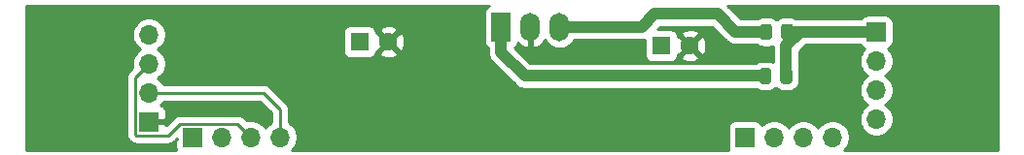
<source format=gbr>
%TF.GenerationSoftware,KiCad,Pcbnew,5.1.9+dfsg1-1*%
%TF.CreationDate,2021-05-25T15:49:57+02:00*%
%TF.ProjectId,single_din_bottom_rev_a,73696e67-6c65-45f6-9469-6e5f626f7474,rev?*%
%TF.SameCoordinates,Original*%
%TF.FileFunction,Copper,L2,Bot*%
%TF.FilePolarity,Positive*%
%FSLAX46Y46*%
G04 Gerber Fmt 4.6, Leading zero omitted, Abs format (unit mm)*
G04 Created by KiCad (PCBNEW 5.1.9+dfsg1-1) date 2021-05-25 15:49:57*
%MOMM*%
%LPD*%
G01*
G04 APERTURE LIST*
%TA.AperFunction,ComponentPad*%
%ADD10O,1.700000X1.700000*%
%TD*%
%TA.AperFunction,ComponentPad*%
%ADD11R,1.700000X1.700000*%
%TD*%
%TA.AperFunction,ComponentPad*%
%ADD12O,1.700000X2.500000*%
%TD*%
%TA.AperFunction,ComponentPad*%
%ADD13R,1.700000X2.500000*%
%TD*%
%TA.AperFunction,ComponentPad*%
%ADD14C,1.600000*%
%TD*%
%TA.AperFunction,ComponentPad*%
%ADD15R,1.600000X1.600000*%
%TD*%
%TA.AperFunction,Conductor*%
%ADD16C,1.000000*%
%TD*%
%TA.AperFunction,Conductor*%
%ADD17C,0.250000*%
%TD*%
%TA.AperFunction,Conductor*%
%ADD18C,0.254000*%
%TD*%
%TA.AperFunction,Conductor*%
%ADD19C,0.100000*%
%TD*%
G04 APERTURE END LIST*
D10*
%TO.P,J4,4*%
%TO.N,/IO4*%
X100920000Y-178200000D03*
%TO.P,J4,3*%
%TO.N,/IO3*%
X98380000Y-178200000D03*
%TO.P,J4,2*%
%TO.N,/IO2*%
X95840000Y-178200000D03*
D11*
%TO.P,J4,1*%
%TO.N,/IO1*%
X93300000Y-178200000D03*
%TD*%
%TO.P,R2,2*%
%TO.N,/Vin*%
%TA.AperFunction,SMDPad,CuDef*%
G36*
G01*
X95573900Y-172409698D02*
X95573900Y-173309702D01*
G75*
G02*
X95323902Y-173559700I-249998J0D01*
G01*
X94798898Y-173559700D01*
G75*
G02*
X94548900Y-173309702I0J249998D01*
G01*
X94548900Y-172409698D01*
G75*
G02*
X94798898Y-172159700I249998J0D01*
G01*
X95323902Y-172159700D01*
G75*
G02*
X95573900Y-172409698I0J-249998D01*
G01*
G37*
%TD.AperFunction*%
%TO.P,R2,1*%
%TO.N,/IO1*%
%TA.AperFunction,SMDPad,CuDef*%
G36*
G01*
X97398900Y-172409698D02*
X97398900Y-173309702D01*
G75*
G02*
X97148902Y-173559700I-249998J0D01*
G01*
X96623898Y-173559700D01*
G75*
G02*
X96373900Y-173309702I0J249998D01*
G01*
X96373900Y-172409698D01*
G75*
G02*
X96623898Y-172159700I249998J0D01*
G01*
X97148902Y-172159700D01*
G75*
G02*
X97398900Y-172409698I0J-249998D01*
G01*
G37*
%TD.AperFunction*%
%TD*%
%TO.P,R1,2*%
%TO.N,/Vout*%
%TA.AperFunction,SMDPad,CuDef*%
G36*
G01*
X95650100Y-168548898D02*
X95650100Y-169448902D01*
G75*
G02*
X95400102Y-169698900I-249998J0D01*
G01*
X94875098Y-169698900D01*
G75*
G02*
X94625100Y-169448902I0J249998D01*
G01*
X94625100Y-168548898D01*
G75*
G02*
X94875098Y-168298900I249998J0D01*
G01*
X95400102Y-168298900D01*
G75*
G02*
X95650100Y-168548898I0J-249998D01*
G01*
G37*
%TD.AperFunction*%
%TO.P,R1,1*%
%TO.N,/IO1*%
%TA.AperFunction,SMDPad,CuDef*%
G36*
G01*
X97475100Y-168548898D02*
X97475100Y-169448902D01*
G75*
G02*
X97225102Y-169698900I-249998J0D01*
G01*
X96700098Y-169698900D01*
G75*
G02*
X96450100Y-169448902I0J249998D01*
G01*
X96450100Y-168548898D01*
G75*
G02*
X96700098Y-168298900I249998J0D01*
G01*
X97225102Y-168298900D01*
G75*
G02*
X97475100Y-168548898I0J-249998D01*
G01*
G37*
%TD.AperFunction*%
%TD*%
D12*
%TO.P,U1,3*%
%TO.N,/Vout*%
X77139800Y-168554400D03*
%TO.P,U1,2*%
%TO.N,GND*%
X74599800Y-168554400D03*
D13*
%TO.P,U1,1*%
%TO.N,/Vin*%
X72059800Y-168554400D03*
%TD*%
D10*
%TO.P,J3,4*%
%TO.N,Net-(J1-Pad2)*%
X52820000Y-178200000D03*
%TO.P,J3,3*%
%TO.N,Net-(J1-Pad3)*%
X50280000Y-178200000D03*
%TO.P,J3,2*%
%TO.N,/Vout*%
X47740000Y-178200000D03*
D11*
%TO.P,J3,1*%
%TO.N,GND*%
X45200000Y-178200000D03*
%TD*%
D10*
%TO.P,J2,4*%
%TO.N,/IO4*%
X104724200Y-176631600D03*
%TO.P,J2,3*%
%TO.N,/IO3*%
X104724200Y-174091600D03*
%TO.P,J2,2*%
%TO.N,/IO2*%
X104724200Y-171551600D03*
D11*
%TO.P,J2,1*%
%TO.N,/IO1*%
X104724200Y-169011600D03*
%TD*%
D10*
%TO.P,J1,4*%
%TO.N,/Vin*%
X41402000Y-169240200D03*
%TO.P,J1,3*%
%TO.N,Net-(J1-Pad3)*%
X41402000Y-171780200D03*
%TO.P,J1,2*%
%TO.N,Net-(J1-Pad2)*%
X41402000Y-174320200D03*
D11*
%TO.P,J1,1*%
%TO.N,GND*%
X41402000Y-176860200D03*
%TD*%
D14*
%TO.P,C2,2*%
%TO.N,GND*%
X88504400Y-170205400D03*
D15*
%TO.P,C2,1*%
%TO.N,/Vout*%
X86004400Y-170205400D03*
%TD*%
D14*
%TO.P,C1,2*%
%TO.N,GND*%
X62240800Y-169875200D03*
D15*
%TO.P,C1,1*%
%TO.N,/Vin*%
X59740800Y-169875200D03*
%TD*%
D16*
%TO.N,/Vin*%
X72059800Y-170804400D02*
X72059800Y-168554400D01*
X74115100Y-172859700D02*
X72059800Y-170804400D01*
X95061400Y-172859700D02*
X74115100Y-172859700D01*
%TO.N,/Vout*%
X95137600Y-168998900D02*
X92481400Y-168998900D01*
X92481400Y-168998900D02*
X90906600Y-167424100D01*
X90906600Y-167424100D02*
X85420200Y-167424100D01*
X84289900Y-168554400D02*
X77139800Y-168554400D01*
X85420200Y-167424100D02*
X84289900Y-168554400D01*
D17*
%TO.N,Net-(J1-Pad3)*%
X49104999Y-177024999D02*
X50280000Y-178200000D01*
X44089999Y-177024999D02*
X49104999Y-177024999D01*
X43079797Y-178035201D02*
X44089999Y-177024999D01*
X40291999Y-178035201D02*
X43079797Y-178035201D01*
X40226999Y-177970201D02*
X40291999Y-178035201D01*
X40226999Y-172955201D02*
X40226999Y-177970201D01*
X41402000Y-171780200D02*
X40226999Y-172955201D01*
%TO.N,Net-(J1-Pad2)*%
X41402000Y-174320200D02*
X51384200Y-174320200D01*
X52820000Y-175756000D02*
X52820000Y-178200000D01*
X51384200Y-174320200D02*
X52820000Y-175756000D01*
D16*
%TO.N,/IO1*%
X104711500Y-168998900D02*
X104724200Y-169011600D01*
X96886400Y-170232700D02*
X98120200Y-168998900D01*
X96886400Y-172859700D02*
X96886400Y-170232700D01*
X98120200Y-168998900D02*
X104711500Y-168998900D01*
X96962600Y-168998900D02*
X98120200Y-168998900D01*
%TD*%
D18*
%TO.N,GND*%
X70965620Y-166714898D02*
X70855306Y-166773863D01*
X70758615Y-166853215D01*
X70679263Y-166949906D01*
X70620298Y-167060220D01*
X70583988Y-167179918D01*
X70571728Y-167304400D01*
X70571728Y-169804400D01*
X70583988Y-169928882D01*
X70620298Y-170048580D01*
X70679263Y-170158894D01*
X70758615Y-170255585D01*
X70855306Y-170334937D01*
X70924800Y-170372083D01*
X70924800Y-170748648D01*
X70919309Y-170804400D01*
X70924800Y-170860151D01*
X70941223Y-171026898D01*
X71006124Y-171240846D01*
X71111516Y-171438023D01*
X71253351Y-171610849D01*
X71296665Y-171646396D01*
X73273109Y-173622841D01*
X73308651Y-173666149D01*
X73481477Y-173807984D01*
X73678653Y-173913376D01*
X73842805Y-173963171D01*
X73892600Y-173978277D01*
X74115099Y-174000191D01*
X74170851Y-173994700D01*
X94240439Y-173994700D01*
X94305513Y-174048105D01*
X94459048Y-174130172D01*
X94625644Y-174180708D01*
X94798898Y-174197772D01*
X95323902Y-174197772D01*
X95497156Y-174180708D01*
X95663752Y-174130172D01*
X95817287Y-174048105D01*
X95951862Y-173937662D01*
X95973900Y-173910809D01*
X95995938Y-173937662D01*
X96130513Y-174048105D01*
X96284048Y-174130172D01*
X96450644Y-174180708D01*
X96623898Y-174197772D01*
X97148902Y-174197772D01*
X97322156Y-174180708D01*
X97488752Y-174130172D01*
X97642287Y-174048105D01*
X97776862Y-173937662D01*
X97887305Y-173803087D01*
X97969372Y-173649552D01*
X98019908Y-173482956D01*
X98036972Y-173309702D01*
X98036972Y-172409698D01*
X98021400Y-172251593D01*
X98021400Y-170702832D01*
X98590332Y-170133900D01*
X103299729Y-170133900D01*
X103343663Y-170216094D01*
X103423015Y-170312785D01*
X103519706Y-170392137D01*
X103630020Y-170451102D01*
X103702580Y-170473113D01*
X103570725Y-170604968D01*
X103408210Y-170848189D01*
X103296268Y-171118442D01*
X103239200Y-171405340D01*
X103239200Y-171697860D01*
X103296268Y-171984758D01*
X103408210Y-172255011D01*
X103570725Y-172498232D01*
X103777568Y-172705075D01*
X103951960Y-172821600D01*
X103777568Y-172938125D01*
X103570725Y-173144968D01*
X103408210Y-173388189D01*
X103296268Y-173658442D01*
X103239200Y-173945340D01*
X103239200Y-174237860D01*
X103296268Y-174524758D01*
X103408210Y-174795011D01*
X103570725Y-175038232D01*
X103777568Y-175245075D01*
X103951960Y-175361600D01*
X103777568Y-175478125D01*
X103570725Y-175684968D01*
X103408210Y-175928189D01*
X103296268Y-176198442D01*
X103239200Y-176485340D01*
X103239200Y-176777860D01*
X103296268Y-177064758D01*
X103408210Y-177335011D01*
X103570725Y-177578232D01*
X103777568Y-177785075D01*
X104020789Y-177947590D01*
X104291042Y-178059532D01*
X104577940Y-178116600D01*
X104870460Y-178116600D01*
X105157358Y-178059532D01*
X105427611Y-177947590D01*
X105670832Y-177785075D01*
X105877675Y-177578232D01*
X106040190Y-177335011D01*
X106152132Y-177064758D01*
X106209200Y-176777860D01*
X106209200Y-176485340D01*
X106152132Y-176198442D01*
X106040190Y-175928189D01*
X105877675Y-175684968D01*
X105670832Y-175478125D01*
X105496440Y-175361600D01*
X105670832Y-175245075D01*
X105877675Y-175038232D01*
X106040190Y-174795011D01*
X106152132Y-174524758D01*
X106209200Y-174237860D01*
X106209200Y-173945340D01*
X106152132Y-173658442D01*
X106040190Y-173388189D01*
X105877675Y-173144968D01*
X105670832Y-172938125D01*
X105496440Y-172821600D01*
X105670832Y-172705075D01*
X105877675Y-172498232D01*
X106040190Y-172255011D01*
X106152132Y-171984758D01*
X106209200Y-171697860D01*
X106209200Y-171405340D01*
X106152132Y-171118442D01*
X106040190Y-170848189D01*
X105877675Y-170604968D01*
X105745820Y-170473113D01*
X105818380Y-170451102D01*
X105928694Y-170392137D01*
X106025385Y-170312785D01*
X106104737Y-170216094D01*
X106163702Y-170105780D01*
X106200012Y-169986082D01*
X106212272Y-169861600D01*
X106212272Y-168161600D01*
X106200012Y-168037118D01*
X106163702Y-167917420D01*
X106104737Y-167807106D01*
X106025385Y-167710415D01*
X105928694Y-167631063D01*
X105818380Y-167572098D01*
X105698682Y-167535788D01*
X105574200Y-167523528D01*
X103874200Y-167523528D01*
X103749718Y-167535788D01*
X103630020Y-167572098D01*
X103519706Y-167631063D01*
X103423015Y-167710415D01*
X103343663Y-167807106D01*
X103313305Y-167863900D01*
X98175952Y-167863900D01*
X98120200Y-167858409D01*
X98064448Y-167863900D01*
X97783561Y-167863900D01*
X97718487Y-167810495D01*
X97564952Y-167728428D01*
X97398356Y-167677892D01*
X97225102Y-167660828D01*
X96700098Y-167660828D01*
X96526844Y-167677892D01*
X96360248Y-167728428D01*
X96206713Y-167810495D01*
X96072138Y-167920938D01*
X96050100Y-167947791D01*
X96028062Y-167920938D01*
X95893487Y-167810495D01*
X95739952Y-167728428D01*
X95573356Y-167677892D01*
X95400102Y-167660828D01*
X94875098Y-167660828D01*
X94701844Y-167677892D01*
X94535248Y-167728428D01*
X94381713Y-167810495D01*
X94316639Y-167863900D01*
X92951533Y-167863900D01*
X91772631Y-166685000D01*
X115315000Y-166685000D01*
X115315001Y-179315000D01*
X101905107Y-179315000D01*
X102073475Y-179146632D01*
X102235990Y-178903411D01*
X102347932Y-178633158D01*
X102405000Y-178346260D01*
X102405000Y-178053740D01*
X102347932Y-177766842D01*
X102235990Y-177496589D01*
X102073475Y-177253368D01*
X101866632Y-177046525D01*
X101623411Y-176884010D01*
X101353158Y-176772068D01*
X101066260Y-176715000D01*
X100773740Y-176715000D01*
X100486842Y-176772068D01*
X100216589Y-176884010D01*
X99973368Y-177046525D01*
X99766525Y-177253368D01*
X99650000Y-177427760D01*
X99533475Y-177253368D01*
X99326632Y-177046525D01*
X99083411Y-176884010D01*
X98813158Y-176772068D01*
X98526260Y-176715000D01*
X98233740Y-176715000D01*
X97946842Y-176772068D01*
X97676589Y-176884010D01*
X97433368Y-177046525D01*
X97226525Y-177253368D01*
X97110000Y-177427760D01*
X96993475Y-177253368D01*
X96786632Y-177046525D01*
X96543411Y-176884010D01*
X96273158Y-176772068D01*
X95986260Y-176715000D01*
X95693740Y-176715000D01*
X95406842Y-176772068D01*
X95136589Y-176884010D01*
X94893368Y-177046525D01*
X94761513Y-177178380D01*
X94739502Y-177105820D01*
X94680537Y-176995506D01*
X94601185Y-176898815D01*
X94504494Y-176819463D01*
X94394180Y-176760498D01*
X94274482Y-176724188D01*
X94150000Y-176711928D01*
X92450000Y-176711928D01*
X92325518Y-176724188D01*
X92205820Y-176760498D01*
X92095506Y-176819463D01*
X91998815Y-176898815D01*
X91919463Y-176995506D01*
X91860498Y-177105820D01*
X91824188Y-177225518D01*
X91811928Y-177350000D01*
X91811928Y-179050000D01*
X91824188Y-179174482D01*
X91860498Y-179294180D01*
X91871627Y-179315000D01*
X53805107Y-179315000D01*
X53973475Y-179146632D01*
X54135990Y-178903411D01*
X54247932Y-178633158D01*
X54305000Y-178346260D01*
X54305000Y-178053740D01*
X54247932Y-177766842D01*
X54135990Y-177496589D01*
X53973475Y-177253368D01*
X53766632Y-177046525D01*
X53580000Y-176921822D01*
X53580000Y-175793323D01*
X53583676Y-175756000D01*
X53580000Y-175718677D01*
X53580000Y-175718667D01*
X53569003Y-175607014D01*
X53525546Y-175463753D01*
X53454974Y-175331724D01*
X53360001Y-175215999D01*
X53331004Y-175192202D01*
X51948004Y-173809203D01*
X51924201Y-173780199D01*
X51808476Y-173685226D01*
X51676447Y-173614654D01*
X51533186Y-173571197D01*
X51421533Y-173560200D01*
X51421522Y-173560200D01*
X51384200Y-173556524D01*
X51346878Y-173560200D01*
X42680178Y-173560200D01*
X42555475Y-173373568D01*
X42348632Y-173166725D01*
X42174240Y-173050200D01*
X42348632Y-172933675D01*
X42555475Y-172726832D01*
X42717990Y-172483611D01*
X42829932Y-172213358D01*
X42887000Y-171926460D01*
X42887000Y-171633940D01*
X42829932Y-171347042D01*
X42717990Y-171076789D01*
X42555475Y-170833568D01*
X42348632Y-170626725D01*
X42174240Y-170510200D01*
X42348632Y-170393675D01*
X42555475Y-170186832D01*
X42717990Y-169943611D01*
X42829932Y-169673358D01*
X42887000Y-169386460D01*
X42887000Y-169093940D01*
X42883273Y-169075200D01*
X58302728Y-169075200D01*
X58302728Y-170675200D01*
X58314988Y-170799682D01*
X58351298Y-170919380D01*
X58410263Y-171029694D01*
X58489615Y-171126385D01*
X58586306Y-171205737D01*
X58696620Y-171264702D01*
X58816318Y-171301012D01*
X58940800Y-171313272D01*
X60540800Y-171313272D01*
X60665282Y-171301012D01*
X60784980Y-171264702D01*
X60895294Y-171205737D01*
X60991985Y-171126385D01*
X61071337Y-171029694D01*
X61130302Y-170919380D01*
X61145917Y-170867902D01*
X61427703Y-170867902D01*
X61499286Y-171111871D01*
X61754796Y-171232771D01*
X62028984Y-171301500D01*
X62311312Y-171315417D01*
X62590930Y-171273987D01*
X62857092Y-171178803D01*
X62982314Y-171111871D01*
X63053897Y-170867902D01*
X62240800Y-170054805D01*
X61427703Y-170867902D01*
X61145917Y-170867902D01*
X61166612Y-170799682D01*
X61178872Y-170675200D01*
X61178872Y-170667985D01*
X61248098Y-170688297D01*
X62061195Y-169875200D01*
X62420405Y-169875200D01*
X63233502Y-170688297D01*
X63477471Y-170616714D01*
X63598371Y-170361204D01*
X63667100Y-170087016D01*
X63681017Y-169804688D01*
X63639587Y-169525070D01*
X63544403Y-169258908D01*
X63477471Y-169133686D01*
X63233502Y-169062103D01*
X62420405Y-169875200D01*
X62061195Y-169875200D01*
X61248098Y-169062103D01*
X61178872Y-169082415D01*
X61178872Y-169075200D01*
X61166612Y-168950718D01*
X61145918Y-168882498D01*
X61427703Y-168882498D01*
X62240800Y-169695595D01*
X63053897Y-168882498D01*
X62982314Y-168638529D01*
X62726804Y-168517629D01*
X62452616Y-168448900D01*
X62170288Y-168434983D01*
X61890670Y-168476413D01*
X61624508Y-168571597D01*
X61499286Y-168638529D01*
X61427703Y-168882498D01*
X61145918Y-168882498D01*
X61130302Y-168831020D01*
X61071337Y-168720706D01*
X60991985Y-168624015D01*
X60895294Y-168544663D01*
X60784980Y-168485698D01*
X60665282Y-168449388D01*
X60540800Y-168437128D01*
X58940800Y-168437128D01*
X58816318Y-168449388D01*
X58696620Y-168485698D01*
X58586306Y-168544663D01*
X58489615Y-168624015D01*
X58410263Y-168720706D01*
X58351298Y-168831020D01*
X58314988Y-168950718D01*
X58302728Y-169075200D01*
X42883273Y-169075200D01*
X42829932Y-168807042D01*
X42717990Y-168536789D01*
X42555475Y-168293568D01*
X42348632Y-168086725D01*
X42105411Y-167924210D01*
X41835158Y-167812268D01*
X41548260Y-167755200D01*
X41255740Y-167755200D01*
X40968842Y-167812268D01*
X40698589Y-167924210D01*
X40455368Y-168086725D01*
X40248525Y-168293568D01*
X40086010Y-168536789D01*
X39974068Y-168807042D01*
X39917000Y-169093940D01*
X39917000Y-169386460D01*
X39974068Y-169673358D01*
X40086010Y-169943611D01*
X40248525Y-170186832D01*
X40455368Y-170393675D01*
X40629760Y-170510200D01*
X40455368Y-170626725D01*
X40248525Y-170833568D01*
X40086010Y-171076789D01*
X39974068Y-171347042D01*
X39917000Y-171633940D01*
X39917000Y-171926460D01*
X39960791Y-172146608D01*
X39716002Y-172391397D01*
X39686998Y-172415200D01*
X39631870Y-172482375D01*
X39592025Y-172530925D01*
X39535219Y-172637201D01*
X39521453Y-172662955D01*
X39477996Y-172806216D01*
X39466999Y-172917869D01*
X39466999Y-172917879D01*
X39463323Y-172955201D01*
X39466999Y-172992524D01*
X39467000Y-177932869D01*
X39463323Y-177970201D01*
X39477997Y-178119186D01*
X39521453Y-178262447D01*
X39592025Y-178394477D01*
X39645370Y-178459477D01*
X39686999Y-178510202D01*
X39715997Y-178534000D01*
X39728195Y-178546198D01*
X39751998Y-178575202D01*
X39867723Y-178670175D01*
X39999752Y-178740747D01*
X40143013Y-178784204D01*
X40254666Y-178795201D01*
X40254677Y-178795201D01*
X40291999Y-178798877D01*
X40329322Y-178795201D01*
X43042475Y-178795201D01*
X43079797Y-178798877D01*
X43117119Y-178795201D01*
X43117130Y-178795201D01*
X43228783Y-178784204D01*
X43372044Y-178740747D01*
X43504073Y-178670175D01*
X43619798Y-178575202D01*
X43643601Y-178546199D01*
X43862798Y-178327002D01*
X43873748Y-178327002D01*
X43715000Y-178485750D01*
X43711928Y-179050000D01*
X43724188Y-179174482D01*
X43760498Y-179294180D01*
X43771627Y-179315000D01*
X30685000Y-179315000D01*
X30685000Y-166685000D01*
X71064180Y-166685000D01*
X70965620Y-166714898D01*
%TA.AperFunction,Conductor*%
D19*
G36*
X70965620Y-166714898D02*
G01*
X70855306Y-166773863D01*
X70758615Y-166853215D01*
X70679263Y-166949906D01*
X70620298Y-167060220D01*
X70583988Y-167179918D01*
X70571728Y-167304400D01*
X70571728Y-169804400D01*
X70583988Y-169928882D01*
X70620298Y-170048580D01*
X70679263Y-170158894D01*
X70758615Y-170255585D01*
X70855306Y-170334937D01*
X70924800Y-170372083D01*
X70924800Y-170748648D01*
X70919309Y-170804400D01*
X70924800Y-170860151D01*
X70941223Y-171026898D01*
X71006124Y-171240846D01*
X71111516Y-171438023D01*
X71253351Y-171610849D01*
X71296665Y-171646396D01*
X73273109Y-173622841D01*
X73308651Y-173666149D01*
X73481477Y-173807984D01*
X73678653Y-173913376D01*
X73842805Y-173963171D01*
X73892600Y-173978277D01*
X74115099Y-174000191D01*
X74170851Y-173994700D01*
X94240439Y-173994700D01*
X94305513Y-174048105D01*
X94459048Y-174130172D01*
X94625644Y-174180708D01*
X94798898Y-174197772D01*
X95323902Y-174197772D01*
X95497156Y-174180708D01*
X95663752Y-174130172D01*
X95817287Y-174048105D01*
X95951862Y-173937662D01*
X95973900Y-173910809D01*
X95995938Y-173937662D01*
X96130513Y-174048105D01*
X96284048Y-174130172D01*
X96450644Y-174180708D01*
X96623898Y-174197772D01*
X97148902Y-174197772D01*
X97322156Y-174180708D01*
X97488752Y-174130172D01*
X97642287Y-174048105D01*
X97776862Y-173937662D01*
X97887305Y-173803087D01*
X97969372Y-173649552D01*
X98019908Y-173482956D01*
X98036972Y-173309702D01*
X98036972Y-172409698D01*
X98021400Y-172251593D01*
X98021400Y-170702832D01*
X98590332Y-170133900D01*
X103299729Y-170133900D01*
X103343663Y-170216094D01*
X103423015Y-170312785D01*
X103519706Y-170392137D01*
X103630020Y-170451102D01*
X103702580Y-170473113D01*
X103570725Y-170604968D01*
X103408210Y-170848189D01*
X103296268Y-171118442D01*
X103239200Y-171405340D01*
X103239200Y-171697860D01*
X103296268Y-171984758D01*
X103408210Y-172255011D01*
X103570725Y-172498232D01*
X103777568Y-172705075D01*
X103951960Y-172821600D01*
X103777568Y-172938125D01*
X103570725Y-173144968D01*
X103408210Y-173388189D01*
X103296268Y-173658442D01*
X103239200Y-173945340D01*
X103239200Y-174237860D01*
X103296268Y-174524758D01*
X103408210Y-174795011D01*
X103570725Y-175038232D01*
X103777568Y-175245075D01*
X103951960Y-175361600D01*
X103777568Y-175478125D01*
X103570725Y-175684968D01*
X103408210Y-175928189D01*
X103296268Y-176198442D01*
X103239200Y-176485340D01*
X103239200Y-176777860D01*
X103296268Y-177064758D01*
X103408210Y-177335011D01*
X103570725Y-177578232D01*
X103777568Y-177785075D01*
X104020789Y-177947590D01*
X104291042Y-178059532D01*
X104577940Y-178116600D01*
X104870460Y-178116600D01*
X105157358Y-178059532D01*
X105427611Y-177947590D01*
X105670832Y-177785075D01*
X105877675Y-177578232D01*
X106040190Y-177335011D01*
X106152132Y-177064758D01*
X106209200Y-176777860D01*
X106209200Y-176485340D01*
X106152132Y-176198442D01*
X106040190Y-175928189D01*
X105877675Y-175684968D01*
X105670832Y-175478125D01*
X105496440Y-175361600D01*
X105670832Y-175245075D01*
X105877675Y-175038232D01*
X106040190Y-174795011D01*
X106152132Y-174524758D01*
X106209200Y-174237860D01*
X106209200Y-173945340D01*
X106152132Y-173658442D01*
X106040190Y-173388189D01*
X105877675Y-173144968D01*
X105670832Y-172938125D01*
X105496440Y-172821600D01*
X105670832Y-172705075D01*
X105877675Y-172498232D01*
X106040190Y-172255011D01*
X106152132Y-171984758D01*
X106209200Y-171697860D01*
X106209200Y-171405340D01*
X106152132Y-171118442D01*
X106040190Y-170848189D01*
X105877675Y-170604968D01*
X105745820Y-170473113D01*
X105818380Y-170451102D01*
X105928694Y-170392137D01*
X106025385Y-170312785D01*
X106104737Y-170216094D01*
X106163702Y-170105780D01*
X106200012Y-169986082D01*
X106212272Y-169861600D01*
X106212272Y-168161600D01*
X106200012Y-168037118D01*
X106163702Y-167917420D01*
X106104737Y-167807106D01*
X106025385Y-167710415D01*
X105928694Y-167631063D01*
X105818380Y-167572098D01*
X105698682Y-167535788D01*
X105574200Y-167523528D01*
X103874200Y-167523528D01*
X103749718Y-167535788D01*
X103630020Y-167572098D01*
X103519706Y-167631063D01*
X103423015Y-167710415D01*
X103343663Y-167807106D01*
X103313305Y-167863900D01*
X98175952Y-167863900D01*
X98120200Y-167858409D01*
X98064448Y-167863900D01*
X97783561Y-167863900D01*
X97718487Y-167810495D01*
X97564952Y-167728428D01*
X97398356Y-167677892D01*
X97225102Y-167660828D01*
X96700098Y-167660828D01*
X96526844Y-167677892D01*
X96360248Y-167728428D01*
X96206713Y-167810495D01*
X96072138Y-167920938D01*
X96050100Y-167947791D01*
X96028062Y-167920938D01*
X95893487Y-167810495D01*
X95739952Y-167728428D01*
X95573356Y-167677892D01*
X95400102Y-167660828D01*
X94875098Y-167660828D01*
X94701844Y-167677892D01*
X94535248Y-167728428D01*
X94381713Y-167810495D01*
X94316639Y-167863900D01*
X92951533Y-167863900D01*
X91772631Y-166685000D01*
X115315000Y-166685000D01*
X115315001Y-179315000D01*
X101905107Y-179315000D01*
X102073475Y-179146632D01*
X102235990Y-178903411D01*
X102347932Y-178633158D01*
X102405000Y-178346260D01*
X102405000Y-178053740D01*
X102347932Y-177766842D01*
X102235990Y-177496589D01*
X102073475Y-177253368D01*
X101866632Y-177046525D01*
X101623411Y-176884010D01*
X101353158Y-176772068D01*
X101066260Y-176715000D01*
X100773740Y-176715000D01*
X100486842Y-176772068D01*
X100216589Y-176884010D01*
X99973368Y-177046525D01*
X99766525Y-177253368D01*
X99650000Y-177427760D01*
X99533475Y-177253368D01*
X99326632Y-177046525D01*
X99083411Y-176884010D01*
X98813158Y-176772068D01*
X98526260Y-176715000D01*
X98233740Y-176715000D01*
X97946842Y-176772068D01*
X97676589Y-176884010D01*
X97433368Y-177046525D01*
X97226525Y-177253368D01*
X97110000Y-177427760D01*
X96993475Y-177253368D01*
X96786632Y-177046525D01*
X96543411Y-176884010D01*
X96273158Y-176772068D01*
X95986260Y-176715000D01*
X95693740Y-176715000D01*
X95406842Y-176772068D01*
X95136589Y-176884010D01*
X94893368Y-177046525D01*
X94761513Y-177178380D01*
X94739502Y-177105820D01*
X94680537Y-176995506D01*
X94601185Y-176898815D01*
X94504494Y-176819463D01*
X94394180Y-176760498D01*
X94274482Y-176724188D01*
X94150000Y-176711928D01*
X92450000Y-176711928D01*
X92325518Y-176724188D01*
X92205820Y-176760498D01*
X92095506Y-176819463D01*
X91998815Y-176898815D01*
X91919463Y-176995506D01*
X91860498Y-177105820D01*
X91824188Y-177225518D01*
X91811928Y-177350000D01*
X91811928Y-179050000D01*
X91824188Y-179174482D01*
X91860498Y-179294180D01*
X91871627Y-179315000D01*
X53805107Y-179315000D01*
X53973475Y-179146632D01*
X54135990Y-178903411D01*
X54247932Y-178633158D01*
X54305000Y-178346260D01*
X54305000Y-178053740D01*
X54247932Y-177766842D01*
X54135990Y-177496589D01*
X53973475Y-177253368D01*
X53766632Y-177046525D01*
X53580000Y-176921822D01*
X53580000Y-175793323D01*
X53583676Y-175756000D01*
X53580000Y-175718677D01*
X53580000Y-175718667D01*
X53569003Y-175607014D01*
X53525546Y-175463753D01*
X53454974Y-175331724D01*
X53360001Y-175215999D01*
X53331004Y-175192202D01*
X51948004Y-173809203D01*
X51924201Y-173780199D01*
X51808476Y-173685226D01*
X51676447Y-173614654D01*
X51533186Y-173571197D01*
X51421533Y-173560200D01*
X51421522Y-173560200D01*
X51384200Y-173556524D01*
X51346878Y-173560200D01*
X42680178Y-173560200D01*
X42555475Y-173373568D01*
X42348632Y-173166725D01*
X42174240Y-173050200D01*
X42348632Y-172933675D01*
X42555475Y-172726832D01*
X42717990Y-172483611D01*
X42829932Y-172213358D01*
X42887000Y-171926460D01*
X42887000Y-171633940D01*
X42829932Y-171347042D01*
X42717990Y-171076789D01*
X42555475Y-170833568D01*
X42348632Y-170626725D01*
X42174240Y-170510200D01*
X42348632Y-170393675D01*
X42555475Y-170186832D01*
X42717990Y-169943611D01*
X42829932Y-169673358D01*
X42887000Y-169386460D01*
X42887000Y-169093940D01*
X42883273Y-169075200D01*
X58302728Y-169075200D01*
X58302728Y-170675200D01*
X58314988Y-170799682D01*
X58351298Y-170919380D01*
X58410263Y-171029694D01*
X58489615Y-171126385D01*
X58586306Y-171205737D01*
X58696620Y-171264702D01*
X58816318Y-171301012D01*
X58940800Y-171313272D01*
X60540800Y-171313272D01*
X60665282Y-171301012D01*
X60784980Y-171264702D01*
X60895294Y-171205737D01*
X60991985Y-171126385D01*
X61071337Y-171029694D01*
X61130302Y-170919380D01*
X61145917Y-170867902D01*
X61427703Y-170867902D01*
X61499286Y-171111871D01*
X61754796Y-171232771D01*
X62028984Y-171301500D01*
X62311312Y-171315417D01*
X62590930Y-171273987D01*
X62857092Y-171178803D01*
X62982314Y-171111871D01*
X63053897Y-170867902D01*
X62240800Y-170054805D01*
X61427703Y-170867902D01*
X61145917Y-170867902D01*
X61166612Y-170799682D01*
X61178872Y-170675200D01*
X61178872Y-170667985D01*
X61248098Y-170688297D01*
X62061195Y-169875200D01*
X62420405Y-169875200D01*
X63233502Y-170688297D01*
X63477471Y-170616714D01*
X63598371Y-170361204D01*
X63667100Y-170087016D01*
X63681017Y-169804688D01*
X63639587Y-169525070D01*
X63544403Y-169258908D01*
X63477471Y-169133686D01*
X63233502Y-169062103D01*
X62420405Y-169875200D01*
X62061195Y-169875200D01*
X61248098Y-169062103D01*
X61178872Y-169082415D01*
X61178872Y-169075200D01*
X61166612Y-168950718D01*
X61145918Y-168882498D01*
X61427703Y-168882498D01*
X62240800Y-169695595D01*
X63053897Y-168882498D01*
X62982314Y-168638529D01*
X62726804Y-168517629D01*
X62452616Y-168448900D01*
X62170288Y-168434983D01*
X61890670Y-168476413D01*
X61624508Y-168571597D01*
X61499286Y-168638529D01*
X61427703Y-168882498D01*
X61145918Y-168882498D01*
X61130302Y-168831020D01*
X61071337Y-168720706D01*
X60991985Y-168624015D01*
X60895294Y-168544663D01*
X60784980Y-168485698D01*
X60665282Y-168449388D01*
X60540800Y-168437128D01*
X58940800Y-168437128D01*
X58816318Y-168449388D01*
X58696620Y-168485698D01*
X58586306Y-168544663D01*
X58489615Y-168624015D01*
X58410263Y-168720706D01*
X58351298Y-168831020D01*
X58314988Y-168950718D01*
X58302728Y-169075200D01*
X42883273Y-169075200D01*
X42829932Y-168807042D01*
X42717990Y-168536789D01*
X42555475Y-168293568D01*
X42348632Y-168086725D01*
X42105411Y-167924210D01*
X41835158Y-167812268D01*
X41548260Y-167755200D01*
X41255740Y-167755200D01*
X40968842Y-167812268D01*
X40698589Y-167924210D01*
X40455368Y-168086725D01*
X40248525Y-168293568D01*
X40086010Y-168536789D01*
X39974068Y-168807042D01*
X39917000Y-169093940D01*
X39917000Y-169386460D01*
X39974068Y-169673358D01*
X40086010Y-169943611D01*
X40248525Y-170186832D01*
X40455368Y-170393675D01*
X40629760Y-170510200D01*
X40455368Y-170626725D01*
X40248525Y-170833568D01*
X40086010Y-171076789D01*
X39974068Y-171347042D01*
X39917000Y-171633940D01*
X39917000Y-171926460D01*
X39960791Y-172146608D01*
X39716002Y-172391397D01*
X39686998Y-172415200D01*
X39631870Y-172482375D01*
X39592025Y-172530925D01*
X39535219Y-172637201D01*
X39521453Y-172662955D01*
X39477996Y-172806216D01*
X39466999Y-172917869D01*
X39466999Y-172917879D01*
X39463323Y-172955201D01*
X39466999Y-172992524D01*
X39467000Y-177932869D01*
X39463323Y-177970201D01*
X39477997Y-178119186D01*
X39521453Y-178262447D01*
X39592025Y-178394477D01*
X39645370Y-178459477D01*
X39686999Y-178510202D01*
X39715997Y-178534000D01*
X39728195Y-178546198D01*
X39751998Y-178575202D01*
X39867723Y-178670175D01*
X39999752Y-178740747D01*
X40143013Y-178784204D01*
X40254666Y-178795201D01*
X40254677Y-178795201D01*
X40291999Y-178798877D01*
X40329322Y-178795201D01*
X43042475Y-178795201D01*
X43079797Y-178798877D01*
X43117119Y-178795201D01*
X43117130Y-178795201D01*
X43228783Y-178784204D01*
X43372044Y-178740747D01*
X43504073Y-178670175D01*
X43619798Y-178575202D01*
X43643601Y-178546199D01*
X43862798Y-178327002D01*
X43873748Y-178327002D01*
X43715000Y-178485750D01*
X43711928Y-179050000D01*
X43724188Y-179174482D01*
X43760498Y-179294180D01*
X43771627Y-179315000D01*
X30685000Y-179315000D01*
X30685000Y-166685000D01*
X71064180Y-166685000D01*
X70965620Y-166714898D01*
G37*
%TD.AperFunction*%
D18*
X45327000Y-178073000D02*
X45347000Y-178073000D01*
X45347000Y-178327000D01*
X45327000Y-178327000D01*
X45327000Y-178347000D01*
X45073000Y-178347000D01*
X45073000Y-178327000D01*
X45053000Y-178327000D01*
X45053000Y-178073000D01*
X45073000Y-178073000D01*
X45073000Y-178053000D01*
X45327000Y-178053000D01*
X45327000Y-178073000D01*
%TA.AperFunction,Conductor*%
D19*
G36*
X45327000Y-178073000D02*
G01*
X45347000Y-178073000D01*
X45347000Y-178327000D01*
X45327000Y-178327000D01*
X45327000Y-178347000D01*
X45073000Y-178347000D01*
X45073000Y-178327000D01*
X45053000Y-178327000D01*
X45053000Y-178073000D01*
X45073000Y-178073000D01*
X45073000Y-178053000D01*
X45327000Y-178053000D01*
X45327000Y-178073000D01*
G37*
%TD.AperFunction*%
D18*
X52060000Y-176070802D02*
X52060000Y-176921821D01*
X51873368Y-177046525D01*
X51666525Y-177253368D01*
X51550000Y-177427760D01*
X51433475Y-177253368D01*
X51226632Y-177046525D01*
X50983411Y-176884010D01*
X50713158Y-176772068D01*
X50426260Y-176715000D01*
X50133740Y-176715000D01*
X49913592Y-176758791D01*
X49668803Y-176514002D01*
X49645000Y-176484998D01*
X49529275Y-176390025D01*
X49397246Y-176319453D01*
X49253985Y-176275996D01*
X49142332Y-176264999D01*
X49142321Y-176264999D01*
X49104999Y-176261323D01*
X49067677Y-176264999D01*
X44127321Y-176264999D01*
X44089998Y-176261323D01*
X44052675Y-176264999D01*
X44052666Y-176264999D01*
X43941013Y-176275996D01*
X43797752Y-176319453D01*
X43665723Y-176390025D01*
X43549998Y-176484998D01*
X43526200Y-176513996D01*
X42887039Y-177153157D01*
X42887000Y-177145950D01*
X42728250Y-176987200D01*
X41529000Y-176987200D01*
X41529000Y-177007200D01*
X41275000Y-177007200D01*
X41275000Y-176987200D01*
X41255000Y-176987200D01*
X41255000Y-176733200D01*
X41275000Y-176733200D01*
X41275000Y-176713200D01*
X41529000Y-176713200D01*
X41529000Y-176733200D01*
X42728250Y-176733200D01*
X42887000Y-176574450D01*
X42890072Y-176010200D01*
X42877812Y-175885718D01*
X42841502Y-175766020D01*
X42782537Y-175655706D01*
X42703185Y-175559015D01*
X42606494Y-175479663D01*
X42496180Y-175420698D01*
X42423620Y-175398687D01*
X42555475Y-175266832D01*
X42680178Y-175080200D01*
X51069399Y-175080200D01*
X52060000Y-176070802D01*
%TA.AperFunction,Conductor*%
D19*
G36*
X52060000Y-176070802D02*
G01*
X52060000Y-176921821D01*
X51873368Y-177046525D01*
X51666525Y-177253368D01*
X51550000Y-177427760D01*
X51433475Y-177253368D01*
X51226632Y-177046525D01*
X50983411Y-176884010D01*
X50713158Y-176772068D01*
X50426260Y-176715000D01*
X50133740Y-176715000D01*
X49913592Y-176758791D01*
X49668803Y-176514002D01*
X49645000Y-176484998D01*
X49529275Y-176390025D01*
X49397246Y-176319453D01*
X49253985Y-176275996D01*
X49142332Y-176264999D01*
X49142321Y-176264999D01*
X49104999Y-176261323D01*
X49067677Y-176264999D01*
X44127321Y-176264999D01*
X44089998Y-176261323D01*
X44052675Y-176264999D01*
X44052666Y-176264999D01*
X43941013Y-176275996D01*
X43797752Y-176319453D01*
X43665723Y-176390025D01*
X43549998Y-176484998D01*
X43526200Y-176513996D01*
X42887039Y-177153157D01*
X42887000Y-177145950D01*
X42728250Y-176987200D01*
X41529000Y-176987200D01*
X41529000Y-177007200D01*
X41275000Y-177007200D01*
X41275000Y-176987200D01*
X41255000Y-176987200D01*
X41255000Y-176733200D01*
X41275000Y-176733200D01*
X41275000Y-176713200D01*
X41529000Y-176713200D01*
X41529000Y-176733200D01*
X42728250Y-176733200D01*
X42887000Y-176574450D01*
X42890072Y-176010200D01*
X42877812Y-175885718D01*
X42841502Y-175766020D01*
X42782537Y-175655706D01*
X42703185Y-175559015D01*
X42606494Y-175479663D01*
X42496180Y-175420698D01*
X42423620Y-175398687D01*
X42555475Y-175266832D01*
X42680178Y-175080200D01*
X51069399Y-175080200D01*
X52060000Y-176070802D01*
G37*
%TD.AperFunction*%
D18*
X74726800Y-168427400D02*
X74746800Y-168427400D01*
X74746800Y-168681400D01*
X74726800Y-168681400D01*
X74726800Y-170274555D01*
X74956690Y-170395876D01*
X75050753Y-170374963D01*
X75319226Y-170259691D01*
X75560052Y-170094257D01*
X75763976Y-169885019D01*
X75867905Y-169725063D01*
X75899094Y-169783414D01*
X76084666Y-170009534D01*
X76310787Y-170195106D01*
X76568767Y-170332999D01*
X76848690Y-170417913D01*
X77139800Y-170446585D01*
X77430911Y-170417913D01*
X77710834Y-170332999D01*
X77968814Y-170195106D01*
X78194934Y-170009534D01*
X78380506Y-169783414D01*
X78430757Y-169689400D01*
X84234149Y-169689400D01*
X84289900Y-169694891D01*
X84345651Y-169689400D01*
X84345652Y-169689400D01*
X84512399Y-169672977D01*
X84566328Y-169656618D01*
X84566328Y-171005400D01*
X84578588Y-171129882D01*
X84614898Y-171249580D01*
X84673863Y-171359894D01*
X84753215Y-171456585D01*
X84849906Y-171535937D01*
X84960220Y-171594902D01*
X85079918Y-171631212D01*
X85204400Y-171643472D01*
X86804400Y-171643472D01*
X86928882Y-171631212D01*
X87048580Y-171594902D01*
X87158894Y-171535937D01*
X87255585Y-171456585D01*
X87334937Y-171359894D01*
X87393902Y-171249580D01*
X87409517Y-171198102D01*
X87691303Y-171198102D01*
X87762886Y-171442071D01*
X88018396Y-171562971D01*
X88292584Y-171631700D01*
X88574912Y-171645617D01*
X88854530Y-171604187D01*
X89120692Y-171509003D01*
X89245914Y-171442071D01*
X89317497Y-171198102D01*
X88504400Y-170385005D01*
X87691303Y-171198102D01*
X87409517Y-171198102D01*
X87430212Y-171129882D01*
X87442472Y-171005400D01*
X87442472Y-170998185D01*
X87511698Y-171018497D01*
X88324795Y-170205400D01*
X88684005Y-170205400D01*
X89497102Y-171018497D01*
X89741071Y-170946914D01*
X89861971Y-170691404D01*
X89930700Y-170417216D01*
X89944617Y-170134888D01*
X89903187Y-169855270D01*
X89808003Y-169589108D01*
X89741071Y-169463886D01*
X89497102Y-169392303D01*
X88684005Y-170205400D01*
X88324795Y-170205400D01*
X87511698Y-169392303D01*
X87442472Y-169412615D01*
X87442472Y-169405400D01*
X87430212Y-169280918D01*
X87409518Y-169212698D01*
X87691303Y-169212698D01*
X88504400Y-170025795D01*
X89317497Y-169212698D01*
X89245914Y-168968729D01*
X88990404Y-168847829D01*
X88716216Y-168779100D01*
X88433888Y-168765183D01*
X88154270Y-168806613D01*
X87888108Y-168901797D01*
X87762886Y-168968729D01*
X87691303Y-169212698D01*
X87409518Y-169212698D01*
X87393902Y-169161220D01*
X87334937Y-169050906D01*
X87255585Y-168954215D01*
X87158894Y-168874863D01*
X87048580Y-168815898D01*
X86928882Y-168779588D01*
X86804400Y-168767328D01*
X85682104Y-168767328D01*
X85890332Y-168559100D01*
X90436469Y-168559100D01*
X91639411Y-169762044D01*
X91674951Y-169805349D01*
X91718254Y-169840887D01*
X91718256Y-169840889D01*
X91760064Y-169875200D01*
X91847777Y-169947184D01*
X92044953Y-170052576D01*
X92258901Y-170117477D01*
X92387848Y-170130177D01*
X92481400Y-170139391D01*
X92537152Y-170133900D01*
X94316639Y-170133900D01*
X94381713Y-170187305D01*
X94535248Y-170269372D01*
X94701844Y-170319908D01*
X94875098Y-170336972D01*
X95400102Y-170336972D01*
X95573356Y-170319908D01*
X95739952Y-170269372D01*
X95749042Y-170264513D01*
X95751401Y-170288461D01*
X95751400Y-171636078D01*
X95663752Y-171589228D01*
X95497156Y-171538692D01*
X95323902Y-171521628D01*
X94798898Y-171521628D01*
X94625644Y-171538692D01*
X94459048Y-171589228D01*
X94305513Y-171671295D01*
X94240439Y-171724700D01*
X74585232Y-171724700D01*
X73219442Y-170358911D01*
X73264294Y-170334937D01*
X73360985Y-170255585D01*
X73440337Y-170158894D01*
X73499302Y-170048580D01*
X73522025Y-169973672D01*
X73639548Y-170094257D01*
X73880374Y-170259691D01*
X74148847Y-170374963D01*
X74242910Y-170395876D01*
X74472800Y-170274555D01*
X74472800Y-168681400D01*
X74452800Y-168681400D01*
X74452800Y-168427400D01*
X74472800Y-168427400D01*
X74472800Y-168407400D01*
X74726800Y-168407400D01*
X74726800Y-168427400D01*
%TA.AperFunction,Conductor*%
D19*
G36*
X74726800Y-168427400D02*
G01*
X74746800Y-168427400D01*
X74746800Y-168681400D01*
X74726800Y-168681400D01*
X74726800Y-170274555D01*
X74956690Y-170395876D01*
X75050753Y-170374963D01*
X75319226Y-170259691D01*
X75560052Y-170094257D01*
X75763976Y-169885019D01*
X75867905Y-169725063D01*
X75899094Y-169783414D01*
X76084666Y-170009534D01*
X76310787Y-170195106D01*
X76568767Y-170332999D01*
X76848690Y-170417913D01*
X77139800Y-170446585D01*
X77430911Y-170417913D01*
X77710834Y-170332999D01*
X77968814Y-170195106D01*
X78194934Y-170009534D01*
X78380506Y-169783414D01*
X78430757Y-169689400D01*
X84234149Y-169689400D01*
X84289900Y-169694891D01*
X84345651Y-169689400D01*
X84345652Y-169689400D01*
X84512399Y-169672977D01*
X84566328Y-169656618D01*
X84566328Y-171005400D01*
X84578588Y-171129882D01*
X84614898Y-171249580D01*
X84673863Y-171359894D01*
X84753215Y-171456585D01*
X84849906Y-171535937D01*
X84960220Y-171594902D01*
X85079918Y-171631212D01*
X85204400Y-171643472D01*
X86804400Y-171643472D01*
X86928882Y-171631212D01*
X87048580Y-171594902D01*
X87158894Y-171535937D01*
X87255585Y-171456585D01*
X87334937Y-171359894D01*
X87393902Y-171249580D01*
X87409517Y-171198102D01*
X87691303Y-171198102D01*
X87762886Y-171442071D01*
X88018396Y-171562971D01*
X88292584Y-171631700D01*
X88574912Y-171645617D01*
X88854530Y-171604187D01*
X89120692Y-171509003D01*
X89245914Y-171442071D01*
X89317497Y-171198102D01*
X88504400Y-170385005D01*
X87691303Y-171198102D01*
X87409517Y-171198102D01*
X87430212Y-171129882D01*
X87442472Y-171005400D01*
X87442472Y-170998185D01*
X87511698Y-171018497D01*
X88324795Y-170205400D01*
X88684005Y-170205400D01*
X89497102Y-171018497D01*
X89741071Y-170946914D01*
X89861971Y-170691404D01*
X89930700Y-170417216D01*
X89944617Y-170134888D01*
X89903187Y-169855270D01*
X89808003Y-169589108D01*
X89741071Y-169463886D01*
X89497102Y-169392303D01*
X88684005Y-170205400D01*
X88324795Y-170205400D01*
X87511698Y-169392303D01*
X87442472Y-169412615D01*
X87442472Y-169405400D01*
X87430212Y-169280918D01*
X87409518Y-169212698D01*
X87691303Y-169212698D01*
X88504400Y-170025795D01*
X89317497Y-169212698D01*
X89245914Y-168968729D01*
X88990404Y-168847829D01*
X88716216Y-168779100D01*
X88433888Y-168765183D01*
X88154270Y-168806613D01*
X87888108Y-168901797D01*
X87762886Y-168968729D01*
X87691303Y-169212698D01*
X87409518Y-169212698D01*
X87393902Y-169161220D01*
X87334937Y-169050906D01*
X87255585Y-168954215D01*
X87158894Y-168874863D01*
X87048580Y-168815898D01*
X86928882Y-168779588D01*
X86804400Y-168767328D01*
X85682104Y-168767328D01*
X85890332Y-168559100D01*
X90436469Y-168559100D01*
X91639411Y-169762044D01*
X91674951Y-169805349D01*
X91718254Y-169840887D01*
X91718256Y-169840889D01*
X91760064Y-169875200D01*
X91847777Y-169947184D01*
X92044953Y-170052576D01*
X92258901Y-170117477D01*
X92387848Y-170130177D01*
X92481400Y-170139391D01*
X92537152Y-170133900D01*
X94316639Y-170133900D01*
X94381713Y-170187305D01*
X94535248Y-170269372D01*
X94701844Y-170319908D01*
X94875098Y-170336972D01*
X95400102Y-170336972D01*
X95573356Y-170319908D01*
X95739952Y-170269372D01*
X95749042Y-170264513D01*
X95751401Y-170288461D01*
X95751400Y-171636078D01*
X95663752Y-171589228D01*
X95497156Y-171538692D01*
X95323902Y-171521628D01*
X94798898Y-171521628D01*
X94625644Y-171538692D01*
X94459048Y-171589228D01*
X94305513Y-171671295D01*
X94240439Y-171724700D01*
X74585232Y-171724700D01*
X73219442Y-170358911D01*
X73264294Y-170334937D01*
X73360985Y-170255585D01*
X73440337Y-170158894D01*
X73499302Y-170048580D01*
X73522025Y-169973672D01*
X73639548Y-170094257D01*
X73880374Y-170259691D01*
X74148847Y-170374963D01*
X74242910Y-170395876D01*
X74472800Y-170274555D01*
X74472800Y-168681400D01*
X74452800Y-168681400D01*
X74452800Y-168427400D01*
X74472800Y-168427400D01*
X74472800Y-168407400D01*
X74726800Y-168407400D01*
X74726800Y-168427400D01*
G37*
%TD.AperFunction*%
%TD*%
M02*

</source>
